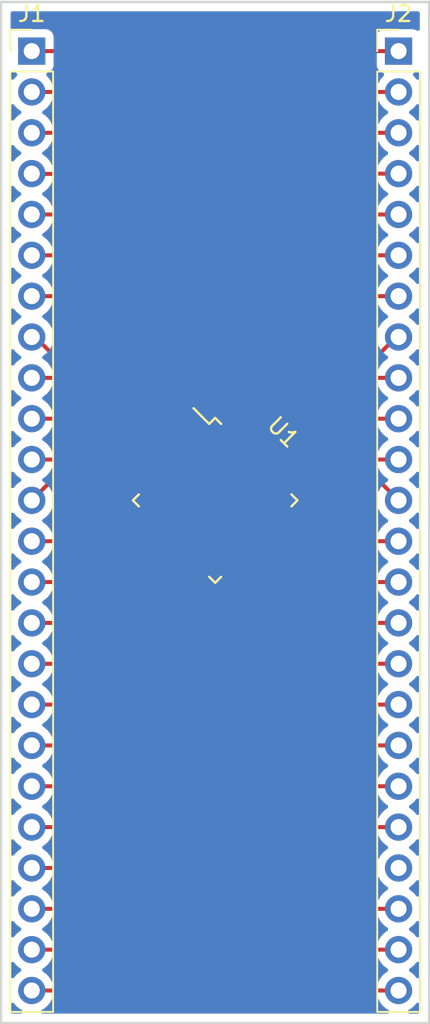
<source format=kicad_pcb>
(kicad_pcb (version 20171130) (host pcbnew "(5.1.0-0)")

  (general
    (thickness 1.6)
    (drawings 4)
    (tracks 201)
    (zones 0)
    (modules 3)
    (nets 50)
  )

  (page A4)
  (title_block
    (title ETE006-CM119B-Breakout)
    (date 2018-07-29)
    (rev 1)
  )

  (layers
    (0 F.Cu signal)
    (31 B.Cu signal)
    (32 B.Adhes user hide)
    (33 F.Adhes user hide)
    (34 B.Paste user hide)
    (35 F.Paste user hide)
    (36 B.SilkS user)
    (37 F.SilkS user)
    (38 B.Mask user)
    (39 F.Mask user)
    (40 Dwgs.User user hide)
    (41 Cmts.User user hide)
    (42 Eco1.User user hide)
    (43 Eco2.User user hide)
    (44 Edge.Cuts user)
    (45 Margin user hide)
    (46 B.CrtYd user hide)
    (47 F.CrtYd user hide)
    (48 B.Fab user hide)
    (49 F.Fab user hide)
  )

  (setup
    (last_trace_width 0.25)
    (trace_clearance 0.2)
    (zone_clearance 0.508)
    (zone_45_only no)
    (trace_min 0.2)
    (via_size 0.8)
    (via_drill 0.4)
    (via_min_size 0.4)
    (via_min_drill 0.3)
    (uvia_size 0.3)
    (uvia_drill 0.1)
    (uvias_allowed no)
    (uvia_min_size 0.2)
    (uvia_min_drill 0.1)
    (edge_width 0.15)
    (segment_width 0.2)
    (pcb_text_width 0.3)
    (pcb_text_size 1.5 1.5)
    (mod_edge_width 0.15)
    (mod_text_size 1 1)
    (mod_text_width 0.15)
    (pad_size 1.524 1.524)
    (pad_drill 0.762)
    (pad_to_mask_clearance 0.2)
    (aux_axis_origin 0 0)
    (grid_origin 116.03 79.52)
    (visible_elements FFFFFF7F)
    (pcbplotparams
      (layerselection 0x010f0_ffffffff)
      (usegerberextensions false)
      (usegerberattributes false)
      (usegerberadvancedattributes false)
      (creategerberjobfile false)
      (excludeedgelayer true)
      (linewidth 0.100000)
      (plotframeref false)
      (viasonmask false)
      (mode 1)
      (useauxorigin false)
      (hpglpennumber 1)
      (hpglpenspeed 20)
      (hpglpendiameter 15.000000)
      (psnegative false)
      (psa4output false)
      (plotreference true)
      (plotvalue true)
      (plotinvisibletext false)
      (padsonsilk false)
      (subtractmaskfromsilk false)
      (outputformat 1)
      (mirror false)
      (drillshape 0)
      (scaleselection 1)
      (outputdirectory "gerber/"))
  )

  (net 0 "")
  (net 1 SPDIFO)
  (net 2 D_IN)
  (net 3 D_OUT)
  (net 4 SK)
  (net 5 ~CS)
  (net 6 MUTE_REC)
  (net 7 PWRSEL)
  (net 8 DREG18)
  (net 9 DREG33)
  (net 10 MODE)
  (net 11 GPIO2)
  (net 12 LED_O)
  (net 13 GPIO3)
  (net 14 DVSS_1)
  (net 15 GPIO4)
  (net 16 GPIO5)
  (net 17 GPIO6)
  (net 18 MUTE_PLAY)
  (net 19 BUZZ)
  (net 20 GPIO7)
  (net 21 LED_R)
  (net 22 GPIO8)
  (net 23 TEST)
  (net 24 AVSS_1)
  (net 25 VBIAS)
  (net 26 VREF)
  (net 27 MIC_IN)
  (net 28 "Net-(J2-Pad21)")
  (net 29 AVDD_2)
  (net 30 LO_LEFT)
  (net 31 LO_BIAS)
  (net 32 LO_RIGHT)
  (net 33 AVSS_2)
  (net 34 AVDD_1)
  (net 35 DVDD)
  (net 36 DVSS_2)
  (net 37 AREG36)
  (net 38 MSEL)
  (net 39 VOL_UP)
  (net 40 PDSW)
  (net 41 USB_D+)
  (net 42 USB_D-)
  (net 43 GPIO1)
  (net 44 SCLK)
  (net 45 MINT)
  (net 46 SDAT)
  (net 47 MCLK)
  (net 48 VOL_DN)
  (net 49 "Net-(U1-Pad28)")

  (net_class Default "This is the default net class."
    (clearance 0.2)
    (trace_width 0.25)
    (via_dia 0.8)
    (via_drill 0.4)
    (uvia_dia 0.3)
    (uvia_drill 0.1)
    (add_net AREG36)
    (add_net AVDD_1)
    (add_net AVDD_2)
    (add_net AVSS_1)
    (add_net AVSS_2)
    (add_net BUZZ)
    (add_net DREG18)
    (add_net DREG33)
    (add_net DVDD)
    (add_net DVSS_1)
    (add_net DVSS_2)
    (add_net D_IN)
    (add_net D_OUT)
    (add_net GPIO1)
    (add_net GPIO2)
    (add_net GPIO3)
    (add_net GPIO4)
    (add_net GPIO5)
    (add_net GPIO6)
    (add_net GPIO7)
    (add_net GPIO8)
    (add_net LED_O)
    (add_net LED_R)
    (add_net LO_BIAS)
    (add_net LO_LEFT)
    (add_net LO_RIGHT)
    (add_net MCLK)
    (add_net MIC_IN)
    (add_net MINT)
    (add_net MODE)
    (add_net MSEL)
    (add_net MUTE_PLAY)
    (add_net MUTE_REC)
    (add_net "Net-(J2-Pad21)")
    (add_net "Net-(U1-Pad28)")
    (add_net PDSW)
    (add_net PWRSEL)
    (add_net SCLK)
    (add_net SDAT)
    (add_net SK)
    (add_net SPDIFO)
    (add_net TEST)
    (add_net USB_D+)
    (add_net USB_D-)
    (add_net VBIAS)
    (add_net VOL_DN)
    (add_net VOL_UP)
    (add_net VREF)
    (add_net ~CS)
  )

  (module Connector_PinHeader_2.54mm:PinHeader_1x24_P2.54mm_Vertical (layer F.Cu) (tedit 5B5D3F4E) (tstamp 5B6A5D63)
    (at 117.933224 82.578949)
    (descr "Through hole straight pin header, 1x24, 2.54mm pitch, single row")
    (tags "Through hole pin header THT 1x24 2.54mm single row")
    (path /5B5CF51F)
    (fp_text reference J1 (at 0 -2.33) (layer F.SilkS)
      (effects (font (size 1 1) (thickness 0.15)))
    )
    (fp_text value Conn_01x24_Male (at 0 60.75) (layer F.Fab) hide
      (effects (font (size 1 1) (thickness 0.15)))
    )
    (fp_line (start -0.635 -1.27) (end 1.27 -1.27) (layer F.Fab) (width 0.1))
    (fp_line (start 1.27 -1.27) (end 1.27 59.69) (layer F.Fab) (width 0.1))
    (fp_line (start 1.27 59.69) (end -1.27 59.69) (layer F.Fab) (width 0.1))
    (fp_line (start -1.27 59.69) (end -1.27 -0.635) (layer F.Fab) (width 0.1))
    (fp_line (start -1.27 -0.635) (end -0.635 -1.27) (layer F.Fab) (width 0.1))
    (fp_line (start -1.33 59.75) (end 1.33 59.75) (layer F.SilkS) (width 0.12))
    (fp_line (start -1.33 1.27) (end -1.33 59.75) (layer F.SilkS) (width 0.12))
    (fp_line (start 1.33 1.27) (end 1.33 59.75) (layer F.SilkS) (width 0.12))
    (fp_line (start -1.33 1.27) (end 1.33 1.27) (layer F.SilkS) (width 0.12))
    (fp_line (start -1.33 0) (end -1.33 -1.33) (layer F.SilkS) (width 0.12))
    (fp_line (start -1.33 -1.33) (end 0 -1.33) (layer F.SilkS) (width 0.12))
    (fp_line (start -1.8 -1.8) (end -1.8 60.2) (layer F.CrtYd) (width 0.05))
    (fp_line (start -1.8 60.2) (end 1.8 60.2) (layer F.CrtYd) (width 0.05))
    (fp_line (start 1.8 60.2) (end 1.8 -1.8) (layer F.CrtYd) (width 0.05))
    (fp_line (start 1.8 -1.8) (end -1.8 -1.8) (layer F.CrtYd) (width 0.05))
    (fp_text user %R (at 0 29.21 90) (layer F.Fab)
      (effects (font (size 1 1) (thickness 0.15)))
    )
    (pad 1 thru_hole rect (at 0 0) (size 1.7 1.7) (drill 1) (layers *.Cu *.Mask)
      (net 1 SPDIFO))
    (pad 2 thru_hole oval (at 0 2.54) (size 1.7 1.7) (drill 1) (layers *.Cu *.Mask)
      (net 2 D_IN))
    (pad 3 thru_hole oval (at 0 5.08) (size 1.7 1.7) (drill 1) (layers *.Cu *.Mask)
      (net 3 D_OUT))
    (pad 4 thru_hole oval (at 0 7.62) (size 1.7 1.7) (drill 1) (layers *.Cu *.Mask)
      (net 4 SK))
    (pad 5 thru_hole oval (at 0 10.16) (size 1.7 1.7) (drill 1) (layers *.Cu *.Mask)
      (net 5 ~CS))
    (pad 6 thru_hole oval (at 0 12.7) (size 1.7 1.7) (drill 1) (layers *.Cu *.Mask)
      (net 6 MUTE_REC))
    (pad 7 thru_hole oval (at 0 15.24) (size 1.7 1.7) (drill 1) (layers *.Cu *.Mask)
      (net 7 PWRSEL))
    (pad 8 thru_hole oval (at 0 17.78) (size 1.7 1.7) (drill 1) (layers *.Cu *.Mask)
      (net 8 DREG18))
    (pad 9 thru_hole oval (at 0 20.32) (size 1.7 1.7) (drill 1) (layers *.Cu *.Mask)
      (net 9 DREG33))
    (pad 10 thru_hole oval (at 0 22.86) (size 1.7 1.7) (drill 1) (layers *.Cu *.Mask)
      (net 10 MODE))
    (pad 11 thru_hole oval (at 0 25.4) (size 1.7 1.7) (drill 1) (layers *.Cu *.Mask)
      (net 11 GPIO2))
    (pad 12 thru_hole oval (at 0 27.94) (size 1.7 1.7) (drill 1) (layers *.Cu *.Mask)
      (net 12 LED_O))
    (pad 13 thru_hole oval (at 0 30.48) (size 1.7 1.7) (drill 1) (layers *.Cu *.Mask)
      (net 13 GPIO3))
    (pad 14 thru_hole oval (at 0 33.02) (size 1.7 1.7) (drill 1) (layers *.Cu *.Mask)
      (net 14 DVSS_1))
    (pad 15 thru_hole oval (at 0 35.56) (size 1.7 1.7) (drill 1) (layers *.Cu *.Mask)
      (net 15 GPIO4))
    (pad 16 thru_hole oval (at 0 38.1) (size 1.7 1.7) (drill 1) (layers *.Cu *.Mask)
      (net 16 GPIO5))
    (pad 17 thru_hole oval (at 0 40.64) (size 1.7 1.7) (drill 1) (layers *.Cu *.Mask)
      (net 17 GPIO6))
    (pad 18 thru_hole oval (at 0 43.18) (size 1.7 1.7) (drill 1) (layers *.Cu *.Mask)
      (net 18 MUTE_PLAY))
    (pad 19 thru_hole oval (at 0 45.72) (size 1.7 1.7) (drill 1) (layers *.Cu *.Mask)
      (net 19 BUZZ))
    (pad 20 thru_hole oval (at 0 48.26) (size 1.7 1.7) (drill 1) (layers *.Cu *.Mask)
      (net 20 GPIO7))
    (pad 21 thru_hole oval (at 0 50.8) (size 1.7 1.7) (drill 1) (layers *.Cu *.Mask)
      (net 21 LED_R))
    (pad 22 thru_hole oval (at 0 53.34) (size 1.7 1.7) (drill 1) (layers *.Cu *.Mask)
      (net 22 GPIO8))
    (pad 23 thru_hole oval (at 0 55.88) (size 1.7 1.7) (drill 1) (layers *.Cu *.Mask)
      (net 23 TEST))
    (pad 24 thru_hole oval (at 0 58.42) (size 1.7 1.7) (drill 1) (layers *.Cu *.Mask)
      (net 24 AVSS_1))
    (model ${KISYS3DMOD}/Connector_PinHeader_2.54mm.3dshapes/PinHeader_1x24_P2.54mm_Vertical.wrl
      (at (xyz 0 0 0))
      (scale (xyz 1 1 1))
      (rotate (xyz 0 0 0))
    )
  )

  (module Connector_PinHeader_2.54mm:PinHeader_1x24_P2.54mm_Vertical (layer F.Cu) (tedit 5B5D3F54) (tstamp 5B6A5D8F)
    (at 140.793224 82.578949)
    (descr "Through hole straight pin header, 1x24, 2.54mm pitch, single row")
    (tags "Through hole pin header THT 1x24 2.54mm single row")
    (path /5B5CF5B9)
    (fp_text reference J2 (at 0 -2.33) (layer F.SilkS)
      (effects (font (size 1 1) (thickness 0.15)))
    )
    (fp_text value Conn_01x24_Male (at 0 60.75) (layer F.Fab) hide
      (effects (font (size 1 1) (thickness 0.15)))
    )
    (fp_text user %R (at 0 29.21 90) (layer F.Fab)
      (effects (font (size 1 1) (thickness 0.15)))
    )
    (fp_line (start 1.8 -1.8) (end -1.8 -1.8) (layer F.CrtYd) (width 0.05))
    (fp_line (start 1.8 60.2) (end 1.8 -1.8) (layer F.CrtYd) (width 0.05))
    (fp_line (start -1.8 60.2) (end 1.8 60.2) (layer F.CrtYd) (width 0.05))
    (fp_line (start -1.8 -1.8) (end -1.8 60.2) (layer F.CrtYd) (width 0.05))
    (fp_line (start -1.33 -1.33) (end 0 -1.33) (layer F.SilkS) (width 0.12))
    (fp_line (start -1.33 0) (end -1.33 -1.33) (layer F.SilkS) (width 0.12))
    (fp_line (start -1.33 1.27) (end 1.33 1.27) (layer F.SilkS) (width 0.12))
    (fp_line (start 1.33 1.27) (end 1.33 59.75) (layer F.SilkS) (width 0.12))
    (fp_line (start -1.33 1.27) (end -1.33 59.75) (layer F.SilkS) (width 0.12))
    (fp_line (start -1.33 59.75) (end 1.33 59.75) (layer F.SilkS) (width 0.12))
    (fp_line (start -1.27 -0.635) (end -0.635 -1.27) (layer F.Fab) (width 0.1))
    (fp_line (start -1.27 59.69) (end -1.27 -0.635) (layer F.Fab) (width 0.1))
    (fp_line (start 1.27 59.69) (end -1.27 59.69) (layer F.Fab) (width 0.1))
    (fp_line (start 1.27 -1.27) (end 1.27 59.69) (layer F.Fab) (width 0.1))
    (fp_line (start -0.635 -1.27) (end 1.27 -1.27) (layer F.Fab) (width 0.1))
    (pad 24 thru_hole oval (at 0 58.42) (size 1.7 1.7) (drill 1) (layers *.Cu *.Mask)
      (net 25 VBIAS))
    (pad 23 thru_hole oval (at 0 55.88) (size 1.7 1.7) (drill 1) (layers *.Cu *.Mask)
      (net 26 VREF))
    (pad 22 thru_hole oval (at 0 53.34) (size 1.7 1.7) (drill 1) (layers *.Cu *.Mask)
      (net 27 MIC_IN))
    (pad 21 thru_hole oval (at 0 50.8) (size 1.7 1.7) (drill 1) (layers *.Cu *.Mask)
      (net 28 "Net-(J2-Pad21)"))
    (pad 20 thru_hole oval (at 0 48.26) (size 1.7 1.7) (drill 1) (layers *.Cu *.Mask)
      (net 29 AVDD_2))
    (pad 19 thru_hole oval (at 0 45.72) (size 1.7 1.7) (drill 1) (layers *.Cu *.Mask)
      (net 30 LO_LEFT))
    (pad 18 thru_hole oval (at 0 43.18) (size 1.7 1.7) (drill 1) (layers *.Cu *.Mask)
      (net 31 LO_BIAS))
    (pad 17 thru_hole oval (at 0 40.64) (size 1.7 1.7) (drill 1) (layers *.Cu *.Mask)
      (net 32 LO_RIGHT))
    (pad 16 thru_hole oval (at 0 38.1) (size 1.7 1.7) (drill 1) (layers *.Cu *.Mask)
      (net 33 AVSS_2))
    (pad 15 thru_hole oval (at 0 35.56) (size 1.7 1.7) (drill 1) (layers *.Cu *.Mask)
      (net 34 AVDD_1))
    (pad 14 thru_hole oval (at 0 33.02) (size 1.7 1.7) (drill 1) (layers *.Cu *.Mask)
      (net 35 DVDD))
    (pad 13 thru_hole oval (at 0 30.48) (size 1.7 1.7) (drill 1) (layers *.Cu *.Mask)
      (net 36 DVSS_2))
    (pad 12 thru_hole oval (at 0 27.94) (size 1.7 1.7) (drill 1) (layers *.Cu *.Mask)
      (net 37 AREG36))
    (pad 11 thru_hole oval (at 0 25.4) (size 1.7 1.7) (drill 1) (layers *.Cu *.Mask)
      (net 38 MSEL))
    (pad 10 thru_hole oval (at 0 22.86) (size 1.7 1.7) (drill 1) (layers *.Cu *.Mask)
      (net 39 VOL_UP))
    (pad 9 thru_hole oval (at 0 20.32) (size 1.7 1.7) (drill 1) (layers *.Cu *.Mask)
      (net 40 PDSW))
    (pad 8 thru_hole oval (at 0 17.78) (size 1.7 1.7) (drill 1) (layers *.Cu *.Mask)
      (net 41 USB_D+))
    (pad 7 thru_hole oval (at 0 15.24) (size 1.7 1.7) (drill 1) (layers *.Cu *.Mask)
      (net 42 USB_D-))
    (pad 6 thru_hole oval (at 0 12.7) (size 1.7 1.7) (drill 1) (layers *.Cu *.Mask)
      (net 43 GPIO1))
    (pad 5 thru_hole oval (at 0 10.16) (size 1.7 1.7) (drill 1) (layers *.Cu *.Mask)
      (net 44 SCLK))
    (pad 4 thru_hole oval (at 0 7.62) (size 1.7 1.7) (drill 1) (layers *.Cu *.Mask)
      (net 45 MINT))
    (pad 3 thru_hole oval (at 0 5.08) (size 1.7 1.7) (drill 1) (layers *.Cu *.Mask)
      (net 46 SDAT))
    (pad 2 thru_hole oval (at 0 2.54) (size 1.7 1.7) (drill 1) (layers *.Cu *.Mask)
      (net 47 MCLK))
    (pad 1 thru_hole rect (at 0 0) (size 1.7 1.7) (drill 1) (layers *.Cu *.Mask)
      (net 48 VOL_DN))
    (model ${KISYS3DMOD}/Connector_PinHeader_2.54mm.3dshapes/PinHeader_1x24_P2.54mm_Vertical.wrl
      (at (xyz 0 0 0))
      (scale (xyz 1 1 1))
      (rotate (xyz 0 0 0))
    )
  )

  (module 01home:LQFP-48_7x7mm_Pitch0.5mm (layer F.Cu) (tedit 54130A77) (tstamp 5B6A5DD0)
    (at 129.363224 110.518949 315)
    (descr "48 LEAD LQFP 7x7mm (see MICREL LQFP7x7-48LD-PL-1.pdf)")
    (tags "QFP 0.5")
    (path /5B5CF497)
    (attr smd)
    (fp_text reference U1 (at 0 -6 315) (layer F.SilkS)
      (effects (font (size 1 1) (thickness 0.15)))
    )
    (fp_text value CM119B (at 0 6 315) (layer F.Fab)
      (effects (font (size 1 1) (thickness 0.15)))
    )
    (fp_line (start -5.25 -5.25) (end -5.25 5.25) (layer F.CrtYd) (width 0.05))
    (fp_line (start 5.25 -5.25) (end 5.25 5.25) (layer F.CrtYd) (width 0.05))
    (fp_line (start -5.25 -5.25) (end 5.25 -5.25) (layer F.CrtYd) (width 0.05))
    (fp_line (start -5.25 5.25) (end 5.25 5.25) (layer F.CrtYd) (width 0.05))
    (fp_line (start -3.625 -3.625) (end -3.625 -3.1) (layer F.SilkS) (width 0.15))
    (fp_line (start 3.625 -3.625) (end 3.625 -3.1) (layer F.SilkS) (width 0.15))
    (fp_line (start 3.625 3.625) (end 3.625 3.1) (layer F.SilkS) (width 0.15))
    (fp_line (start -3.625 3.625) (end -3.625 3.1) (layer F.SilkS) (width 0.15))
    (fp_line (start -3.625 -3.625) (end -3.1 -3.625) (layer F.SilkS) (width 0.15))
    (fp_line (start -3.625 3.625) (end -3.1 3.625) (layer F.SilkS) (width 0.15))
    (fp_line (start 3.625 3.625) (end 3.1 3.625) (layer F.SilkS) (width 0.15))
    (fp_line (start 3.625 -3.625) (end 3.1 -3.625) (layer F.SilkS) (width 0.15))
    (fp_line (start -3.625 -3.1) (end -5 -3.1) (layer F.SilkS) (width 0.15))
    (pad 1 smd rect (at -4.35 -2.75 315) (size 1.3 0.25) (layers F.Cu F.Paste F.Mask)
      (net 1 SPDIFO))
    (pad 2 smd rect (at -4.35 -2.25 315) (size 1.3 0.25) (layers F.Cu F.Paste F.Mask)
      (net 2 D_IN))
    (pad 3 smd rect (at -4.35 -1.75 315) (size 1.3 0.25) (layers F.Cu F.Paste F.Mask)
      (net 3 D_OUT))
    (pad 4 smd rect (at -4.35 -1.25 315) (size 1.3 0.25) (layers F.Cu F.Paste F.Mask)
      (net 4 SK))
    (pad 5 smd rect (at -4.35 -0.75 315) (size 1.3 0.25) (layers F.Cu F.Paste F.Mask)
      (net 5 ~CS))
    (pad 6 smd rect (at -4.35 -0.25 315) (size 1.3 0.25) (layers F.Cu F.Paste F.Mask)
      (net 6 MUTE_REC))
    (pad 7 smd rect (at -4.35 0.25 315) (size 1.3 0.25) (layers F.Cu F.Paste F.Mask)
      (net 7 PWRSEL))
    (pad 8 smd rect (at -4.35 0.75 315) (size 1.3 0.25) (layers F.Cu F.Paste F.Mask)
      (net 8 DREG18))
    (pad 9 smd rect (at -4.35 1.25 315) (size 1.3 0.25) (layers F.Cu F.Paste F.Mask)
      (net 9 DREG33))
    (pad 10 smd rect (at -4.35 1.75 315) (size 1.3 0.25) (layers F.Cu F.Paste F.Mask)
      (net 10 MODE))
    (pad 11 smd rect (at -4.35 2.25 315) (size 1.3 0.25) (layers F.Cu F.Paste F.Mask)
      (net 11 GPIO2))
    (pad 12 smd rect (at -4.35 2.75 315) (size 1.3 0.25) (layers F.Cu F.Paste F.Mask)
      (net 12 LED_O))
    (pad 13 smd rect (at -2.75 4.35 45) (size 1.3 0.25) (layers F.Cu F.Paste F.Mask)
      (net 13 GPIO3))
    (pad 14 smd rect (at -2.25 4.35 45) (size 1.3 0.25) (layers F.Cu F.Paste F.Mask)
      (net 14 DVSS_1))
    (pad 15 smd rect (at -1.75 4.35 45) (size 1.3 0.25) (layers F.Cu F.Paste F.Mask)
      (net 15 GPIO4))
    (pad 16 smd rect (at -1.25 4.35 45) (size 1.3 0.25) (layers F.Cu F.Paste F.Mask)
      (net 16 GPIO5))
    (pad 17 smd rect (at -0.75 4.35 45) (size 1.3 0.25) (layers F.Cu F.Paste F.Mask)
      (net 17 GPIO6))
    (pad 18 smd rect (at -0.25 4.35 45) (size 1.3 0.25) (layers F.Cu F.Paste F.Mask)
      (net 18 MUTE_PLAY))
    (pad 19 smd rect (at 0.25 4.35 45) (size 1.3 0.25) (layers F.Cu F.Paste F.Mask)
      (net 19 BUZZ))
    (pad 20 smd rect (at 0.75 4.35 45) (size 1.3 0.25) (layers F.Cu F.Paste F.Mask)
      (net 20 GPIO7))
    (pad 21 smd rect (at 1.25 4.35 45) (size 1.3 0.25) (layers F.Cu F.Paste F.Mask)
      (net 21 LED_R))
    (pad 22 smd rect (at 1.75 4.35 45) (size 1.3 0.25) (layers F.Cu F.Paste F.Mask)
      (net 22 GPIO8))
    (pad 23 smd rect (at 2.25 4.35 45) (size 1.3 0.25) (layers F.Cu F.Paste F.Mask)
      (net 23 TEST))
    (pad 24 smd rect (at 2.75 4.35 45) (size 1.3 0.25) (layers F.Cu F.Paste F.Mask)
      (net 24 AVSS_1))
    (pad 25 smd rect (at 4.35 2.75 315) (size 1.3 0.25) (layers F.Cu F.Paste F.Mask)
      (net 25 VBIAS))
    (pad 26 smd rect (at 4.35 2.25 315) (size 1.3 0.25) (layers F.Cu F.Paste F.Mask)
      (net 26 VREF))
    (pad 27 smd rect (at 4.35 1.75 315) (size 1.3 0.25) (layers F.Cu F.Paste F.Mask)
      (net 27 MIC_IN))
    (pad 28 smd rect (at 4.35 1.25 315) (size 1.3 0.25) (layers F.Cu F.Paste F.Mask)
      (net 49 "Net-(U1-Pad28)"))
    (pad 29 smd rect (at 4.35 0.75 315) (size 1.3 0.25) (layers F.Cu F.Paste F.Mask)
      (net 29 AVDD_2))
    (pad 30 smd rect (at 4.35 0.25 315) (size 1.3 0.25) (layers F.Cu F.Paste F.Mask)
      (net 30 LO_LEFT))
    (pad 31 smd rect (at 4.35 -0.25 315) (size 1.3 0.25) (layers F.Cu F.Paste F.Mask)
      (net 31 LO_BIAS))
    (pad 32 smd rect (at 4.35 -0.75 315) (size 1.3 0.25) (layers F.Cu F.Paste F.Mask)
      (net 32 LO_RIGHT))
    (pad 33 smd rect (at 4.35 -1.25 315) (size 1.3 0.25) (layers F.Cu F.Paste F.Mask)
      (net 33 AVSS_2))
    (pad 34 smd rect (at 4.35 -1.75 315) (size 1.3 0.25) (layers F.Cu F.Paste F.Mask)
      (net 34 AVDD_1))
    (pad 35 smd rect (at 4.35 -2.25 315) (size 1.3 0.25) (layers F.Cu F.Paste F.Mask)
      (net 35 DVDD))
    (pad 36 smd rect (at 4.35 -2.75 315) (size 1.3 0.25) (layers F.Cu F.Paste F.Mask)
      (net 36 DVSS_2))
    (pad 37 smd rect (at 2.75 -4.35 45) (size 1.3 0.25) (layers F.Cu F.Paste F.Mask)
      (net 37 AREG36))
    (pad 38 smd rect (at 2.25 -4.35 45) (size 1.3 0.25) (layers F.Cu F.Paste F.Mask)
      (net 38 MSEL))
    (pad 39 smd rect (at 1.75 -4.35 45) (size 1.3 0.25) (layers F.Cu F.Paste F.Mask)
      (net 39 VOL_UP))
    (pad 40 smd rect (at 1.25 -4.35 45) (size 1.3 0.25) (layers F.Cu F.Paste F.Mask)
      (net 40 PDSW))
    (pad 41 smd rect (at 0.75 -4.35 45) (size 1.3 0.25) (layers F.Cu F.Paste F.Mask)
      (net 41 USB_D+))
    (pad 42 smd rect (at 0.25 -4.35 45) (size 1.3 0.25) (layers F.Cu F.Paste F.Mask)
      (net 42 USB_D-))
    (pad 43 smd rect (at -0.25 -4.35 45) (size 1.3 0.25) (layers F.Cu F.Paste F.Mask)
      (net 43 GPIO1))
    (pad 44 smd rect (at -0.75 -4.35 45) (size 1.3 0.25) (layers F.Cu F.Paste F.Mask)
      (net 44 SCLK))
    (pad 45 smd rect (at -1.25 -4.35 45) (size 1.3 0.25) (layers F.Cu F.Paste F.Mask)
      (net 45 MINT))
    (pad 46 smd rect (at -1.75 -4.35 45) (size 1.3 0.25) (layers F.Cu F.Paste F.Mask)
      (net 46 SDAT))
    (pad 47 smd rect (at -2.25 -4.35 45) (size 1.3 0.25) (layers F.Cu F.Paste F.Mask)
      (net 47 MCLK))
    (pad 48 smd rect (at -2.75 -4.35 45) (size 1.3 0.25) (layers F.Cu F.Paste F.Mask)
      (net 48 VOL_DN))
    (model Housings_QFP.3dshapes/LQFP-48_7x7mm_Pitch0.5mm.wrl
      (at (xyz 0 0 0))
      (scale (xyz 1 1 1))
      (rotate (xyz 0 0 0))
    )
  )

  (gr_line (start 116.03 143.02) (end 116.03 79.52) (layer Edge.Cuts) (width 0.15))
  (gr_line (start 142.7 143.02) (end 116.03 143.02) (layer Edge.Cuts) (width 0.15))
  (gr_line (start 142.7 79.52) (end 142.7 143.02) (layer Edge.Cuts) (width 0.15))
  (gr_line (start 116.03 79.52) (end 142.7 79.52) (layer Edge.Cuts) (width 0.15))

  (segment (start 119.431849 82.578949) (end 117.933224 82.578949) (width 0.25) (layer F.Cu) (net 1))
  (segment (start 128.231853 91.378953) (end 119.431849 82.578949) (width 0.25) (layer F.Cu) (net 1))
  (segment (start 128.231853 105.498491) (end 128.231853 91.378953) (width 0.25) (layer F.Cu) (net 1))
  (segment (start 119.480109 85.118949) (end 117.933224 85.118949) (width 0.25) (layer F.Cu) (net 2))
  (segment (start 127.11202 92.75086) (end 119.480109 85.118949) (width 0.25) (layer F.Cu) (net 2))
  (segment (start 127.11202 105.02922) (end 127.11202 92.75086) (width 0.25) (layer F.Cu) (net 2))
  (segment (start 127.8783 105.7955) (end 127.11202 105.02922) (width 0.25) (layer F.Cu) (net 2))
  (segment (start 127.8783 105.852044) (end 127.8783 105.7955) (width 0.25) (layer F.Cu) (net 2))
  (segment (start 119.449629 87.658949) (end 117.933224 87.658949) (width 0.25) (layer F.Cu) (net 3))
  (segment (start 126.49988 94.7092) (end 119.449629 87.658949) (width 0.25) (layer F.Cu) (net 3))
  (segment (start 127.524746 106.196326) (end 126.49988 105.17146) (width 0.25) (layer F.Cu) (net 3))
  (segment (start 126.49988 105.17146) (end 126.49988 94.7092) (width 0.25) (layer F.Cu) (net 3))
  (segment (start 127.524746 106.205598) (end 127.524746 106.196326) (width 0.25) (layer F.Cu) (net 3))
  (segment (start 117.950215 90.21594) (end 117.933224 90.198949) (width 0.25) (layer F.Cu) (net 4))
  (segment (start 119.48186 90.21594) (end 117.950215 90.21594) (width 0.25) (layer F.Cu) (net 4))
  (segment (start 125.98172 96.7158) (end 119.48186 90.21594) (width 0.25) (layer F.Cu) (net 4))
  (segment (start 125.98172 105.40514) (end 125.98172 96.7158) (width 0.25) (layer F.Cu) (net 4))
  (segment (start 127.135731 106.559151) (end 125.98172 105.40514) (width 0.25) (layer F.Cu) (net 4))
  (segment (start 127.171193 106.559151) (end 127.135731 106.559151) (width 0.25) (layer F.Cu) (net 4))
  (segment (start 119.439469 92.738949) (end 117.933224 92.738949) (width 0.25) (layer F.Cu) (net 5))
  (segment (start 125.36958 98.66906) (end 119.439469 92.738949) (width 0.25) (layer F.Cu) (net 5))
  (segment (start 126.81764 106.904) (end 125.36958 105.45594) (width 0.25) (layer F.Cu) (net 5))
  (segment (start 125.36958 105.45594) (end 125.36958 98.66906) (width 0.25) (layer F.Cu) (net 5))
  (segment (start 126.81764 106.912704) (end 126.81764 106.904) (width 0.25) (layer F.Cu) (net 5))
  (segment (start 119.530909 95.278949) (end 117.933224 95.278949) (width 0.25) (layer F.Cu) (net 6))
  (segment (start 124.85142 100.59946) (end 119.530909 95.278949) (width 0.25) (layer F.Cu) (net 6))
  (segment (start 124.85142 105.64136) (end 124.85142 100.59946) (width 0.25) (layer F.Cu) (net 6))
  (segment (start 126.464086 107.254026) (end 124.85142 105.64136) (width 0.25) (layer F.Cu) (net 6))
  (segment (start 126.464086 107.266258) (end 126.464086 107.254026) (width 0.25) (layer F.Cu) (net 6))
  (segment (start 119.523289 97.818949) (end 117.933224 97.818949) (width 0.25) (layer F.Cu) (net 7))
  (segment (start 124.33326 102.62892) (end 119.523289 97.818949) (width 0.25) (layer F.Cu) (net 7))
  (segment (start 124.33326 105.78614) (end 124.33326 102.62892) (width 0.25) (layer F.Cu) (net 7))
  (segment (start 126.110533 107.563413) (end 124.33326 105.78614) (width 0.25) (layer F.Cu) (net 7))
  (segment (start 126.110533 107.619811) (end 126.110533 107.563413) (width 0.25) (layer F.Cu) (net 7))
  (segment (start 118.154229 100.358949) (end 117.933224 100.358949) (width 0.25) (layer F.Cu) (net 8))
  (segment (start 125.756979 107.961699) (end 118.154229 100.358949) (width 0.25) (layer F.Cu) (net 8))
  (segment (start 125.756979 107.973365) (end 125.756979 107.961699) (width 0.25) (layer F.Cu) (net 8))
  (segment (start 119.990649 102.898949) (end 117.933224 102.898949) (width 0.25) (layer F.Cu) (net 9))
  (segment (start 125.403426 108.311726) (end 119.990649 102.898949) (width 0.25) (layer F.Cu) (net 9))
  (segment (start 125.403426 108.326918) (end 125.403426 108.311726) (width 0.25) (layer F.Cu) (net 9))
  (segment (start 121.829609 105.438949) (end 117.933224 105.438949) (width 0.25) (layer F.Cu) (net 10))
  (segment (start 122.77878 106.38812) (end 121.829609 105.438949) (width 0.25) (layer F.Cu) (net 10))
  (segment (start 125.049873 108.661753) (end 122.77878 106.39066) (width 0.25) (layer F.Cu) (net 10))
  (segment (start 122.77878 106.39066) (end 122.77878 106.38812) (width 0.25) (layer F.Cu) (net 10))
  (segment (start 125.049873 108.680471) (end 125.049873 108.661753) (width 0.25) (layer F.Cu) (net 10))
  (segment (start 124.696319 109.034025) (end 124.683005 109.034025) (width 0.25) (layer F.Cu) (net 11))
  (segment (start 123.627929 107.978949) (end 117.933224 107.978949) (width 0.25) (layer F.Cu) (net 11))
  (segment (start 124.683005 109.034025) (end 123.627929 107.978949) (width 0.25) (layer F.Cu) (net 11))
  (segment (start 119.803453 108.64872) (end 117.933224 110.518949) (width 0.25) (layer F.Cu) (net 12))
  (segment (start 123.603908 108.64872) (end 119.803453 108.64872) (width 0.25) (layer F.Cu) (net 12))
  (segment (start 124.342766 109.387578) (end 123.603908 108.64872) (width 0.25) (layer F.Cu) (net 12))
  (segment (start 117.934013 113.05816) (end 117.933224 113.058949) (width 0.25) (layer F.Cu) (net 13))
  (segment (start 122.99468 113.05816) (end 117.934013 113.05816) (width 0.25) (layer F.Cu) (net 13))
  (segment (start 124.342766 111.710074) (end 122.99468 113.05816) (width 0.25) (layer F.Cu) (net 13))
  (segment (start 124.342766 111.65032) (end 124.342766 111.710074) (width 0.25) (layer F.Cu) (net 13))
  (segment (start 121.126991 115.598949) (end 117.933224 115.598949) (width 0.25) (layer F.Cu) (net 14))
  (segment (start 123.16486 113.56108) (end 121.126991 115.598949) (width 0.25) (layer F.Cu) (net 14))
  (segment (start 123.16486 113.5306) (end 123.16486 113.56108) (width 0.25) (layer F.Cu) (net 14))
  (segment (start 124.691587 112.003873) (end 123.16486 113.5306) (width 0.25) (layer F.Cu) (net 14))
  (segment (start 124.696319 112.003873) (end 124.691587 112.003873) (width 0.25) (layer F.Cu) (net 14))
  (segment (start 125.049873 112.357427) (end 125.049873 112.361867) (width 0.25) (layer F.Cu) (net 15))
  (segment (start 119.272791 118.138949) (end 117.933224 118.138949) (width 0.25) (layer F.Cu) (net 15))
  (segment (start 125.049873 112.361867) (end 119.272791 118.138949) (width 0.25) (layer F.Cu) (net 15))
  (segment (start 119.371851 120.678949) (end 117.933224 120.678949) (width 0.25) (layer F.Cu) (net 16))
  (segment (start 123.09882 116.95198) (end 119.371851 120.678949) (width 0.25) (layer F.Cu) (net 16))
  (segment (start 123.09882 114.9784) (end 123.09882 116.95198) (width 0.25) (layer F.Cu) (net 16))
  (segment (start 125.36624 112.71098) (end 123.09882 114.9784) (width 0.25) (layer F.Cu) (net 16))
  (segment (start 125.403426 112.71098) (end 125.36624 112.71098) (width 0.25) (layer F.Cu) (net 16))
  (segment (start 119.536951 123.218949) (end 117.933224 123.218949) (width 0.25) (layer F.Cu) (net 17))
  (segment (start 123.59158 119.16432) (end 119.536951 123.218949) (width 0.25) (layer F.Cu) (net 17))
  (segment (start 123.59158 115.22986) (end 123.59158 119.16432) (width 0.25) (layer F.Cu) (net 17))
  (segment (start 125.756907 113.064533) (end 123.59158 115.22986) (width 0.25) (layer F.Cu) (net 17))
  (segment (start 125.756979 113.064533) (end 125.756907 113.064533) (width 0.25) (layer F.Cu) (net 17))
  (segment (start 119.491231 125.758949) (end 117.933224 125.758949) (width 0.25) (layer F.Cu) (net 18))
  (segment (start 124.1326 121.11758) (end 119.491231 125.758949) (width 0.25) (layer F.Cu) (net 18))
  (segment (start 124.1326 115.37972) (end 124.1326 121.11758) (width 0.25) (layer F.Cu) (net 18))
  (segment (start 126.094233 113.418087) (end 124.1326 115.37972) (width 0.25) (layer F.Cu) (net 18))
  (segment (start 126.110533 113.418087) (end 126.094233 113.418087) (width 0.25) (layer F.Cu) (net 18))
  (segment (start 124.79554 122.954) (end 119.450591 128.298949) (width 0.25) (layer F.Cu) (net 19))
  (segment (start 124.79554 115.38734) (end 124.79554 122.954) (width 0.25) (layer F.Cu) (net 19))
  (segment (start 126.41124 113.77164) (end 124.79554 115.38734) (width 0.25) (layer F.Cu) (net 19))
  (segment (start 119.450591 128.298949) (end 117.933224 128.298949) (width 0.25) (layer F.Cu) (net 19))
  (segment (start 126.464086 113.77164) (end 126.41124 113.77164) (width 0.25) (layer F.Cu) (net 19))
  (segment (start 119.448051 130.838949) (end 117.933224 130.838949) (width 0.25) (layer F.Cu) (net 20))
  (segment (start 125.29592 115.59562) (end 125.29592 124.99108) (width 0.25) (layer F.Cu) (net 20))
  (segment (start 125.29592 124.99108) (end 119.448051 130.838949) (width 0.25) (layer F.Cu) (net 20))
  (segment (start 126.766346 114.125194) (end 125.29592 115.59562) (width 0.25) (layer F.Cu) (net 20))
  (segment (start 126.81764 114.125194) (end 126.766346 114.125194) (width 0.25) (layer F.Cu) (net 20))
  (segment (start 125.83694 115.79882) (end 125.83694 127.02816) (width 0.25) (layer F.Cu) (net 21))
  (segment (start 127.157013 114.478747) (end 125.83694 115.79882) (width 0.25) (layer F.Cu) (net 21))
  (segment (start 119.486151 133.378949) (end 117.933224 133.378949) (width 0.25) (layer F.Cu) (net 21))
  (segment (start 125.83694 127.02816) (end 119.486151 133.378949) (width 0.25) (layer F.Cu) (net 21))
  (segment (start 127.171193 114.478747) (end 127.157013 114.478747) (width 0.25) (layer F.Cu) (net 21))
  (segment (start 119.445511 135.918949) (end 117.933224 135.918949) (width 0.25) (layer F.Cu) (net 22))
  (segment (start 126.446611 128.917849) (end 119.445511 135.918949) (width 0.25) (layer F.Cu) (net 22))
  (segment (start 126.446611 115.862249) (end 126.446611 128.917849) (width 0.25) (layer F.Cu) (net 22))
  (segment (start 127.47656 114.8323) (end 126.446611 115.862249) (width 0.25) (layer F.Cu) (net 22))
  (segment (start 127.524746 114.8323) (end 127.47656 114.8323) (width 0.25) (layer F.Cu) (net 22))
  (segment (start 119.442971 138.458949) (end 117.933224 138.458949) (width 0.25) (layer F.Cu) (net 23))
  (segment (start 127.0409 130.86102) (end 119.442971 138.458949) (width 0.25) (layer F.Cu) (net 23))
  (segment (start 127.0409 115.97662) (end 127.0409 130.86102) (width 0.25) (layer F.Cu) (net 23))
  (segment (start 127.831666 115.185854) (end 127.0409 115.97662) (width 0.25) (layer F.Cu) (net 23))
  (segment (start 127.8783 115.185854) (end 127.831666 115.185854) (width 0.25) (layer F.Cu) (net 23))
  (segment (start 119.440431 140.998949) (end 117.933224 140.998949) (width 0.25) (layer F.Cu) (net 24))
  (segment (start 128.231853 132.207527) (end 119.440431 140.998949) (width 0.25) (layer F.Cu) (net 24))
  (segment (start 128.231853 115.539407) (end 128.231853 132.207527) (width 0.25) (layer F.Cu) (net 24))
  (segment (start 139.236229 140.998949) (end 140.793224 140.998949) (width 0.25) (layer F.Cu) (net 25))
  (segment (start 130.494595 132.257315) (end 139.236229 140.998949) (width 0.25) (layer F.Cu) (net 25))
  (segment (start 130.494595 115.539407) (end 130.494595 132.257315) (width 0.25) (layer F.Cu) (net 25))
  (segment (start 139.187969 138.458949) (end 140.793224 138.458949) (width 0.25) (layer F.Cu) (net 26))
  (segment (start 131.63322 130.9042) (end 139.187969 138.458949) (width 0.25) (layer F.Cu) (net 26))
  (segment (start 131.63322 115.9817) (end 131.63322 130.9042) (width 0.25) (layer F.Cu) (net 26))
  (segment (start 130.848148 115.196628) (end 131.63322 115.9817) (width 0.25) (layer F.Cu) (net 26))
  (segment (start 130.848148 115.185854) (end 130.848148 115.196628) (width 0.25) (layer F.Cu) (net 26))
  (segment (start 132.25044 128.99158) (end 139.177809 135.918949) (width 0.25) (layer F.Cu) (net 27))
  (segment (start 132.25044 115.84708) (end 132.25044 128.99158) (width 0.25) (layer F.Cu) (net 27))
  (segment (start 139.177809 135.918949) (end 140.793224 135.918949) (width 0.25) (layer F.Cu) (net 27))
  (segment (start 131.23566 114.8323) (end 132.25044 115.84708) (width 0.25) (layer F.Cu) (net 27))
  (segment (start 131.201702 114.8323) (end 131.23566 114.8323) (width 0.25) (layer F.Cu) (net 27))
  (segment (start 139.320049 130.838949) (end 140.793224 130.838949) (width 0.25) (layer F.Cu) (net 29))
  (segment (start 133.06578 124.58468) (end 139.320049 130.838949) (width 0.25) (layer F.Cu) (net 29))
  (segment (start 133.06578 115.2832) (end 133.06578 124.58468) (width 0.25) (layer F.Cu) (net 29))
  (segment (start 131.908808 114.126228) (end 133.06578 115.2832) (width 0.25) (layer F.Cu) (net 29))
  (segment (start 131.908808 114.125194) (end 131.908808 114.126228) (width 0.25) (layer F.Cu) (net 29))
  (segment (start 139.261629 128.298949) (end 140.793224 128.298949) (width 0.25) (layer F.Cu) (net 30))
  (segment (start 133.596062 122.633382) (end 139.261629 128.298949) (width 0.25) (layer F.Cu) (net 30))
  (segment (start 133.596062 115.081962) (end 133.596062 122.633382) (width 0.25) (layer F.Cu) (net 30))
  (segment (start 132.28574 113.77164) (end 133.596062 115.081962) (width 0.25) (layer F.Cu) (net 30))
  (segment (start 132.262362 113.77164) (end 132.28574 113.77164) (width 0.25) (layer F.Cu) (net 30))
  (segment (start 134.19862 115.01142) (end 134.19862 120.75182) (width 0.25) (layer F.Cu) (net 31))
  (segment (start 139.205749 125.758949) (end 140.793224 125.758949) (width 0.25) (layer F.Cu) (net 31))
  (segment (start 134.19862 120.75182) (end 139.205749 125.758949) (width 0.25) (layer F.Cu) (net 31))
  (segment (start 132.615915 113.428715) (end 134.19862 115.01142) (width 0.25) (layer F.Cu) (net 31))
  (segment (start 132.615915 113.418087) (end 132.615915 113.428715) (width 0.25) (layer F.Cu) (net 31))
  (segment (start 139.274329 123.218949) (end 140.793224 123.218949) (width 0.25) (layer F.Cu) (net 32))
  (segment (start 132.969469 113.099009) (end 134.7498 114.87934) (width 0.25) (layer F.Cu) (net 32))
  (segment (start 134.7498 118.69442) (end 139.274329 123.218949) (width 0.25) (layer F.Cu) (net 32))
  (segment (start 134.7498 114.87934) (end 134.7498 118.69442) (width 0.25) (layer F.Cu) (net 32))
  (segment (start 132.969469 113.064533) (end 132.969469 113.099009) (width 0.25) (layer F.Cu) (net 32))
  (segment (start 139.152409 120.678949) (end 140.793224 120.678949) (width 0.25) (layer F.Cu) (net 33))
  (segment (start 135.30352 116.83006) (end 139.152409 120.678949) (width 0.25) (layer F.Cu) (net 33))
  (segment (start 135.30352 114.68884) (end 135.30352 116.83006) (width 0.25) (layer F.Cu) (net 33))
  (segment (start 133.32566 112.71098) (end 135.30352 114.68884) (width 0.25) (layer F.Cu) (net 33))
  (segment (start 133.323022 112.71098) (end 133.32566 112.71098) (width 0.25) (layer F.Cu) (net 33))
  (segment (start 133.676575 112.357427) (end 133.676575 112.378635) (width 0.25) (layer F.Cu) (net 34))
  (segment (start 139.436889 118.138949) (end 140.793224 118.138949) (width 0.25) (layer F.Cu) (net 34))
  (segment (start 133.676575 112.378635) (end 139.436889 118.138949) (width 0.25) (layer F.Cu) (net 34))
  (segment (start 134.030129 112.003873) (end 134.048573 112.003873) (width 0.25) (layer F.Cu) (net 35))
  (segment (start 137.643649 115.598949) (end 140.793224 115.598949) (width 0.25) (layer F.Cu) (net 35))
  (segment (start 134.048573 112.003873) (end 137.643649 115.598949) (width 0.25) (layer F.Cu) (net 35))
  (segment (start 134.383682 111.65032) (end 134.44178 111.65032) (width 0.25) (layer F.Cu) (net 36))
  (segment (start 135.850409 113.058949) (end 140.793224 113.058949) (width 0.25) (layer F.Cu) (net 36))
  (segment (start 134.44178 111.65032) (end 135.850409 113.058949) (width 0.25) (layer F.Cu) (net 36))
  (segment (start 138.922995 108.64872) (end 140.793224 110.518949) (width 0.25) (layer F.Cu) (net 37))
  (segment (start 135.12254 108.64872) (end 138.922995 108.64872) (width 0.25) (layer F.Cu) (net 37))
  (segment (start 134.383682 109.387578) (end 135.12254 108.64872) (width 0.25) (layer F.Cu) (net 37))
  (segment (start 134.030129 109.034025) (end 134.041915 109.034025) (width 0.25) (layer F.Cu) (net 38))
  (segment (start 135.096991 107.978949) (end 140.793224 107.978949) (width 0.25) (layer F.Cu) (net 38))
  (segment (start 134.041915 109.034025) (end 135.096991 107.978949) (width 0.25) (layer F.Cu) (net 38))
  (segment (start 136.910551 105.438949) (end 140.793224 105.438949) (width 0.25) (layer F.Cu) (net 39))
  (segment (start 133.676575 108.672925) (end 136.910551 105.438949) (width 0.25) (layer F.Cu) (net 39))
  (segment (start 133.676575 108.680471) (end 133.676575 108.672925) (width 0.25) (layer F.Cu) (net 39))
  (segment (start 138.800311 102.898949) (end 140.793224 102.898949) (width 0.25) (layer F.Cu) (net 40))
  (segment (start 133.372342 108.326918) (end 138.800311 102.898949) (width 0.25) (layer F.Cu) (net 40))
  (segment (start 133.323022 108.326918) (end 133.372342 108.326918) (width 0.25) (layer F.Cu) (net 40))
  (segment (start 140.649431 100.358949) (end 140.793224 100.358949) (width 0.25) (layer F.Cu) (net 41))
  (segment (start 133.035015 107.973365) (end 140.649431 100.358949) (width 0.25) (layer F.Cu) (net 41))
  (segment (start 132.969469 107.973365) (end 133.035015 107.973365) (width 0.25) (layer F.Cu) (net 41))
  (segment (start 139.209251 97.818949) (end 140.793224 97.818949) (width 0.25) (layer F.Cu) (net 42))
  (segment (start 134.57454 102.45366) (end 139.209251 97.818949) (width 0.25) (layer F.Cu) (net 42))
  (segment (start 134.57454 105.6312) (end 134.57454 102.45366) (width 0.25) (layer F.Cu) (net 42))
  (segment (start 132.615915 107.589825) (end 134.57454 105.6312) (width 0.25) (layer F.Cu) (net 42))
  (segment (start 132.615915 107.619811) (end 132.615915 107.589825) (width 0.25) (layer F.Cu) (net 42))
  (segment (start 139.224491 95.278949) (end 140.793224 95.278949) (width 0.25) (layer F.Cu) (net 43))
  (segment (start 134.0386 100.46484) (end 139.224491 95.278949) (width 0.25) (layer F.Cu) (net 43))
  (segment (start 134.0386 105.47626) (end 134.0386 100.46484) (width 0.25) (layer F.Cu) (net 43))
  (segment (start 132.262362 107.252498) (end 134.0386 105.47626) (width 0.25) (layer F.Cu) (net 43))
  (segment (start 132.262362 107.266258) (end 132.262362 107.252498) (width 0.25) (layer F.Cu) (net 43))
  (segment (start 139.158451 92.738949) (end 140.793224 92.738949) (width 0.25) (layer F.Cu) (net 44))
  (segment (start 133.46456 98.43284) (end 139.158451 92.738949) (width 0.25) (layer F.Cu) (net 44))
  (segment (start 133.46456 105.39498) (end 133.46456 98.43284) (width 0.25) (layer F.Cu) (net 44))
  (segment (start 131.946836 106.912704) (end 133.46456 105.39498) (width 0.25) (layer F.Cu) (net 44))
  (segment (start 131.908808 106.912704) (end 131.946836 106.912704) (width 0.25) (layer F.Cu) (net 44))
  (segment (start 139.135591 90.198949) (end 140.793224 90.198949) (width 0.25) (layer F.Cu) (net 45))
  (segment (start 132.9083 96.42624) (end 139.135591 90.198949) (width 0.25) (layer F.Cu) (net 45))
  (segment (start 132.9083 105.16384) (end 132.9083 96.42624) (width 0.25) (layer F.Cu) (net 45))
  (segment (start 131.555255 106.516885) (end 132.9083 105.16384) (width 0.25) (layer F.Cu) (net 45))
  (segment (start 131.555255 106.559151) (end 131.555255 106.516885) (width 0.25) (layer F.Cu) (net 45))
  (segment (start 132.25298 105.10034) (end 132.25298 94.60252) (width 0.25) (layer F.Cu) (net 46))
  (segment (start 131.201702 106.151618) (end 132.25298 105.10034) (width 0.25) (layer F.Cu) (net 46))
  (segment (start 139.196551 87.658949) (end 140.793224 87.658949) (width 0.25) (layer F.Cu) (net 46))
  (segment (start 132.25298 94.60252) (end 139.196551 87.658949) (width 0.25) (layer F.Cu) (net 46))
  (segment (start 131.201702 106.205598) (end 131.201702 106.151618) (width 0.25) (layer F.Cu) (net 46))
  (segment (start 139.234651 85.118949) (end 140.793224 85.118949) (width 0.25) (layer F.Cu) (net 47))
  (segment (start 131.3843 92.9693) (end 139.234651 85.118949) (width 0.25) (layer F.Cu) (net 47))
  (segment (start 130.848148 105.824452) (end 131.3843 105.2883) (width 0.25) (layer F.Cu) (net 47))
  (segment (start 131.3843 105.2883) (end 131.3843 92.9693) (width 0.25) (layer F.Cu) (net 47))
  (segment (start 130.848148 105.852044) (end 130.848148 105.824452) (width 0.25) (layer F.Cu) (net 47))
  (segment (start 139.237191 82.578949) (end 140.793224 82.578949) (width 0.25) (layer F.Cu) (net 48))
  (segment (start 130.494595 91.321545) (end 139.237191 82.578949) (width 0.25) (layer F.Cu) (net 48))
  (segment (start 130.494595 105.498491) (end 130.494595 91.321545) (width 0.25) (layer F.Cu) (net 48))

  (zone (net 0) (net_name "") (layer B.Cu) (tstamp 5B6A75A8) (hatch edge 0.508)
    (connect_pads (clearance 0.508))
    (min_thickness 0.254)
    (fill yes (arc_segments 16) (thermal_gap 0.508) (thermal_bridge_width 0.508))
    (polygon
      (pts
        (xy 116.03 79.52) (xy 142.7 79.52) (xy 142.7 143.02) (xy 116.03 143.02)
      )
    )
    (filled_polygon
      (pts
        (xy 116.87809 142.054083) (xy 117.10421 142.239655) (xy 117.235816 142.31) (xy 116.74 142.31) (xy 116.74 141.88582)
      )
    )
    (filled_polygon
      (pts
        (xy 141.99 81.194287) (xy 141.887404 81.139447) (xy 141.767706 81.103137) (xy 141.643224 81.090877) (xy 139.943224 81.090877)
        (xy 139.818742 81.103137) (xy 139.699044 81.139447) (xy 139.58873 81.198412) (xy 139.492039 81.277764) (xy 139.412687 81.374455)
        (xy 139.353722 81.484769) (xy 139.317412 81.604467) (xy 139.305152 81.728949) (xy 139.305152 83.428949) (xy 139.317412 83.553431)
        (xy 139.353722 83.673129) (xy 139.412687 83.783443) (xy 139.492039 83.880134) (xy 139.58873 83.959486) (xy 139.699044 84.018451)
        (xy 139.767911 84.039342) (xy 139.73809 84.063815) (xy 139.552518 84.289935) (xy 139.414625 84.547915) (xy 139.329711 84.827838)
        (xy 139.301039 85.118949) (xy 139.329711 85.41006) (xy 139.414625 85.689983) (xy 139.552518 85.947963) (xy 139.73809 86.174083)
        (xy 139.96421 86.359655) (xy 140.019015 86.388949) (xy 139.96421 86.418243) (xy 139.73809 86.603815) (xy 139.552518 86.829935)
        (xy 139.414625 87.087915) (xy 139.329711 87.367838) (xy 139.301039 87.658949) (xy 139.329711 87.95006) (xy 139.414625 88.229983)
        (xy 139.552518 88.487963) (xy 139.73809 88.714083) (xy 139.96421 88.899655) (xy 140.019015 88.928949) (xy 139.96421 88.958243)
        (xy 139.73809 89.143815) (xy 139.552518 89.369935) (xy 139.414625 89.627915) (xy 139.329711 89.907838) (xy 139.301039 90.198949)
        (xy 139.329711 90.49006) (xy 139.414625 90.769983) (xy 139.552518 91.027963) (xy 139.73809 91.254083) (xy 139.96421 91.439655)
        (xy 140.019015 91.468949) (xy 139.96421 91.498243) (xy 139.73809 91.683815) (xy 139.552518 91.909935) (xy 139.414625 92.167915)
        (xy 139.329711 92.447838) (xy 139.301039 92.738949) (xy 139.329711 93.03006) (xy 139.414625 93.309983) (xy 139.552518 93.567963)
        (xy 139.73809 93.794083) (xy 139.96421 93.979655) (xy 140.019015 94.008949) (xy 139.96421 94.038243) (xy 139.73809 94.223815)
        (xy 139.552518 94.449935) (xy 139.414625 94.707915) (xy 139.329711 94.987838) (xy 139.301039 95.278949) (xy 139.329711 95.57006)
        (xy 139.414625 95.849983) (xy 139.552518 96.107963) (xy 139.73809 96.334083) (xy 139.96421 96.519655) (xy 140.019015 96.548949)
        (xy 139.96421 96.578243) (xy 139.73809 96.763815) (xy 139.552518 96.989935) (xy 139.414625 97.247915) (xy 139.329711 97.527838)
        (xy 139.301039 97.818949) (xy 139.329711 98.11006) (xy 139.414625 98.389983) (xy 139.552518 98.647963) (xy 139.73809 98.874083)
        (xy 139.96421 99.059655) (xy 140.019015 99.088949) (xy 139.96421 99.118243) (xy 139.73809 99.303815) (xy 139.552518 99.529935)
        (xy 139.414625 99.787915) (xy 139.329711 100.067838) (xy 139.301039 100.358949) (xy 139.329711 100.65006) (xy 139.414625 100.929983)
        (xy 139.552518 101.187963) (xy 139.73809 101.414083) (xy 139.96421 101.599655) (xy 140.019015 101.628949) (xy 139.96421 101.658243)
        (xy 139.73809 101.843815) (xy 139.552518 102.069935) (xy 139.414625 102.327915) (xy 139.329711 102.607838) (xy 139.301039 102.898949)
        (xy 139.329711 103.19006) (xy 139.414625 103.469983) (xy 139.552518 103.727963) (xy 139.73809 103.954083) (xy 139.96421 104.139655)
        (xy 140.019015 104.168949) (xy 139.96421 104.198243) (xy 139.73809 104.383815) (xy 139.552518 104.609935) (xy 139.414625 104.867915)
        (xy 139.329711 105.147838) (xy 139.301039 105.438949) (xy 139.329711 105.73006) (xy 139.414625 106.009983) (xy 139.552518 106.267963)
        (xy 139.73809 106.494083) (xy 139.96421 106.679655) (xy 140.019015 106.708949) (xy 139.96421 106.738243) (xy 139.73809 106.923815)
        (xy 139.552518 107.149935) (xy 139.414625 107.407915) (xy 139.329711 107.687838) (xy 139.301039 107.978949) (xy 139.329711 108.27006)
        (xy 139.414625 108.549983) (xy 139.552518 108.807963) (xy 139.73809 109.034083) (xy 139.96421 109.219655) (xy 140.019015 109.248949)
        (xy 139.96421 109.278243) (xy 139.73809 109.463815) (xy 139.552518 109.689935) (xy 139.414625 109.947915) (xy 139.329711 110.227838)
        (xy 139.301039 110.518949) (xy 139.329711 110.81006) (xy 139.414625 111.089983) (xy 139.552518 111.347963) (xy 139.73809 111.574083)
        (xy 139.96421 111.759655) (xy 140.019015 111.788949) (xy 139.96421 111.818243) (xy 139.73809 112.003815) (xy 139.552518 112.229935)
        (xy 139.414625 112.487915) (xy 139.329711 112.767838) (xy 139.301039 113.058949) (xy 139.329711 113.35006) (xy 139.414625 113.629983)
        (xy 139.552518 113.887963) (xy 139.73809 114.114083) (xy 139.96421 114.299655) (xy 140.019015 114.328949) (xy 139.96421 114.358243)
        (xy 139.73809 114.543815) (xy 139.552518 114.769935) (xy 139.414625 115.027915) (xy 139.329711 115.307838) (xy 139.301039 115.598949)
        (xy 139.329711 115.89006) (xy 139.414625 116.169983) (xy 139.552518 116.427963) (xy 139.73809 116.654083) (xy 139.96421 116.839655)
        (xy 140.019015 116.868949) (xy 139.96421 116.898243) (xy 139.73809 117.083815) (xy 139.552518 117.309935) (xy 139.414625 117.567915)
        (xy 139.329711 117.847838) (xy 139.301039 118.138949) (xy 139.329711 118.43006) (xy 139.414625 118.709983) (xy 139.552518 118.967963)
        (xy 139.73809 119.194083) (xy 139.96421 119.379655) (xy 140.019015 119.408949) (xy 139.96421 119.438243) (xy 139.73809 119.623815)
        (xy 139.552518 119.849935) (xy 139.414625 120.107915) (xy 139.329711 120.387838) (xy 139.301039 120.678949) (xy 139.329711 120.97006)
        (xy 139.414625 121.249983) (xy 139.552518 121.507963) (xy 139.73809 121.734083) (xy 139.96421 121.919655) (xy 140.019015 121.948949)
        (xy 139.96421 121.978243) (xy 139.73809 122.163815) (xy 139.552518 122.389935) (xy 139.414625 122.647915) (xy 139.329711 122.927838)
        (xy 139.301039 123.218949) (xy 139.329711 123.51006) (xy 139.414625 123.789983) (xy 139.552518 124.047963) (xy 139.73809 124.274083)
        (xy 139.96421 124.459655) (xy 140.019015 124.488949) (xy 139.96421 124.518243) (xy 139.73809 124.703815) (xy 139.552518 124.929935)
        (xy 139.414625 125.187915) (xy 139.329711 125.467838) (xy 139.301039 125.758949) (xy 139.329711 126.05006) (xy 139.414625 126.329983)
        (xy 139.552518 126.587963) (xy 139.73809 126.814083) (xy 139.96421 126.999655) (xy 140.019015 127.028949) (xy 139.96421 127.058243)
        (xy 139.73809 127.243815) (xy 139.552518 127.469935) (xy 139.414625 127.727915) (xy 139.329711 128.007838) (xy 139.301039 128.298949)
        (xy 139.329711 128.59006) (xy 139.414625 128.869983) (xy 139.552518 129.127963) (xy 139.73809 129.354083) (xy 139.96421 129.539655)
        (xy 140.019015 129.568949) (xy 139.96421 129.598243) (xy 139.73809 129.783815) (xy 139.552518 130.009935) (xy 139.414625 130.267915)
        (xy 139.329711 130.547838) (xy 139.301039 130.838949) (xy 139.329711 131.13006) (xy 139.414625 131.409983) (xy 139.552518 131.667963)
        (xy 139.73809 131.894083) (xy 139.96421 132.079655) (xy 140.019015 132.108949) (xy 139.96421 132.138243) (xy 139.73809 132.323815)
        (xy 139.552518 132.549935) (xy 139.414625 132.807915) (xy 139.329711 133.087838) (xy 139.301039 133.378949) (xy 139.329711 133.67006)
        (xy 139.414625 133.949983) (xy 139.552518 134.207963) (xy 139.73809 134.434083) (xy 139.96421 134.619655) (xy 140.019015 134.648949)
        (xy 139.96421 134.678243) (xy 139.73809 134.863815) (xy 139.552518 135.089935) (xy 139.414625 135.347915) (xy 139.329711 135.627838)
        (xy 139.301039 135.918949) (xy 139.329711 136.21006) (xy 139.414625 136.489983) (xy 139.552518 136.747963) (xy 139.73809 136.974083)
        (xy 139.96421 137.159655) (xy 140.019015 137.188949) (xy 139.96421 137.218243) (xy 139.73809 137.403815) (xy 139.552518 137.629935)
        (xy 139.414625 137.887915) (xy 139.329711 138.167838) (xy 139.301039 138.458949) (xy 139.329711 138.75006) (xy 139.414625 139.029983)
        (xy 139.552518 139.287963) (xy 139.73809 139.514083) (xy 139.96421 139.699655) (xy 140.019015 139.728949) (xy 139.96421 139.758243)
        (xy 139.73809 139.943815) (xy 139.552518 140.169935) (xy 139.414625 140.427915) (xy 139.329711 140.707838) (xy 139.301039 140.998949)
        (xy 139.329711 141.29006) (xy 139.414625 141.569983) (xy 139.552518 141.827963) (xy 139.73809 142.054083) (xy 139.96421 142.239655)
        (xy 140.095816 142.31) (xy 118.630632 142.31) (xy 118.762238 142.239655) (xy 118.988358 142.054083) (xy 119.17393 141.827963)
        (xy 119.311823 141.569983) (xy 119.396737 141.29006) (xy 119.425409 140.998949) (xy 119.396737 140.707838) (xy 119.311823 140.427915)
        (xy 119.17393 140.169935) (xy 118.988358 139.943815) (xy 118.762238 139.758243) (xy 118.707433 139.728949) (xy 118.762238 139.699655)
        (xy 118.988358 139.514083) (xy 119.17393 139.287963) (xy 119.311823 139.029983) (xy 119.396737 138.75006) (xy 119.425409 138.458949)
        (xy 119.396737 138.167838) (xy 119.311823 137.887915) (xy 119.17393 137.629935) (xy 118.988358 137.403815) (xy 118.762238 137.218243)
        (xy 118.707433 137.188949) (xy 118.762238 137.159655) (xy 118.988358 136.974083) (xy 119.17393 136.747963) (xy 119.311823 136.489983)
        (xy 119.396737 136.21006) (xy 119.425409 135.918949) (xy 119.396737 135.627838) (xy 119.311823 135.347915) (xy 119.17393 135.089935)
        (xy 118.988358 134.863815) (xy 118.762238 134.678243) (xy 118.707433 134.648949) (xy 118.762238 134.619655) (xy 118.988358 134.434083)
        (xy 119.17393 134.207963) (xy 119.311823 133.949983) (xy 119.396737 133.67006) (xy 119.425409 133.378949) (xy 119.396737 133.087838)
        (xy 119.311823 132.807915) (xy 119.17393 132.549935) (xy 118.988358 132.323815) (xy 118.762238 132.138243) (xy 118.707433 132.108949)
        (xy 118.762238 132.079655) (xy 118.988358 131.894083) (xy 119.17393 131.667963) (xy 119.311823 131.409983) (xy 119.396737 131.13006)
        (xy 119.425409 130.838949) (xy 119.396737 130.547838) (xy 119.311823 130.267915) (xy 119.17393 130.009935) (xy 118.988358 129.783815)
        (xy 118.762238 129.598243) (xy 118.707433 129.568949) (xy 118.762238 129.539655) (xy 118.988358 129.354083) (xy 119.17393 129.127963)
        (xy 119.311823 128.869983) (xy 119.396737 128.59006) (xy 119.425409 128.298949) (xy 119.396737 128.007838) (xy 119.311823 127.727915)
        (xy 119.17393 127.469935) (xy 118.988358 127.243815) (xy 118.762238 127.058243) (xy 118.707433 127.028949) (xy 118.762238 126.999655)
        (xy 118.988358 126.814083) (xy 119.17393 126.587963) (xy 119.311823 126.329983) (xy 119.396737 126.05006) (xy 119.425409 125.758949)
        (xy 119.396737 125.467838) (xy 119.311823 125.187915) (xy 119.17393 124.929935) (xy 118.988358 124.703815) (xy 118.762238 124.518243)
        (xy 118.707433 124.488949) (xy 118.762238 124.459655) (xy 118.988358 124.274083) (xy 119.17393 124.047963) (xy 119.311823 123.789983)
        (xy 119.396737 123.51006) (xy 119.425409 123.218949) (xy 119.396737 122.927838) (xy 119.311823 122.647915) (xy 119.17393 122.389935)
        (xy 118.988358 122.163815) (xy 118.762238 121.978243) (xy 118.707433 121.948949) (xy 118.762238 121.919655) (xy 118.988358 121.734083)
        (xy 119.17393 121.507963) (xy 119.311823 121.249983) (xy 119.396737 120.97006) (xy 119.425409 120.678949) (xy 119.396737 120.387838)
        (xy 119.311823 120.107915) (xy 119.17393 119.849935) (xy 118.988358 119.623815) (xy 118.762238 119.438243) (xy 118.707433 119.408949)
        (xy 118.762238 119.379655) (xy 118.988358 119.194083) (xy 119.17393 118.967963) (xy 119.311823 118.709983) (xy 119.396737 118.43006)
        (xy 119.425409 118.138949) (xy 119.396737 117.847838) (xy 119.311823 117.567915) (xy 119.17393 117.309935) (xy 118.988358 117.083815)
        (xy 118.762238 116.898243) (xy 118.707433 116.868949) (xy 118.762238 116.839655) (xy 118.988358 116.654083) (xy 119.17393 116.427963)
        (xy 119.311823 116.169983) (xy 119.396737 115.89006) (xy 119.425409 115.598949) (xy 119.396737 115.307838) (xy 119.311823 115.027915)
        (xy 119.17393 114.769935) (xy 118.988358 114.543815) (xy 118.762238 114.358243) (xy 118.707433 114.328949) (xy 118.762238 114.299655)
        (xy 118.988358 114.114083) (xy 119.17393 113.887963) (xy 119.311823 113.629983) (xy 119.396737 113.35006) (xy 119.425409 113.058949)
        (xy 119.396737 112.767838) (xy 119.311823 112.487915) (xy 119.17393 112.229935) (xy 118.988358 112.003815) (xy 118.762238 111.818243)
        (xy 118.707433 111.788949) (xy 118.762238 111.759655) (xy 118.988358 111.574083) (xy 119.17393 111.347963) (xy 119.311823 111.089983)
        (xy 119.396737 110.81006) (xy 119.425409 110.518949) (xy 119.396737 110.227838) (xy 119.311823 109.947915) (xy 119.17393 109.689935)
        (xy 118.988358 109.463815) (xy 118.762238 109.278243) (xy 118.707433 109.248949) (xy 118.762238 109.219655) (xy 118.988358 109.034083)
        (xy 119.17393 108.807963) (xy 119.311823 108.549983) (xy 119.396737 108.27006) (xy 119.425409 107.978949) (xy 119.396737 107.687838)
        (xy 119.311823 107.407915) (xy 119.17393 107.149935) (xy 118.988358 106.923815) (xy 118.762238 106.738243) (xy 118.707433 106.708949)
        (xy 118.762238 106.679655) (xy 118.988358 106.494083) (xy 119.17393 106.267963) (xy 119.311823 106.009983) (xy 119.396737 105.73006)
        (xy 119.425409 105.438949) (xy 119.396737 105.147838) (xy 119.311823 104.867915) (xy 119.17393 104.609935) (xy 118.988358 104.383815)
        (xy 118.762238 104.198243) (xy 118.707433 104.168949) (xy 118.762238 104.139655) (xy 118.988358 103.954083) (xy 119.17393 103.727963)
        (xy 119.311823 103.469983) (xy 119.396737 103.19006) (xy 119.425409 102.898949) (xy 119.396737 102.607838) (xy 119.311823 102.327915)
        (xy 119.17393 102.069935) (xy 118.988358 101.843815) (xy 118.762238 101.658243) (xy 118.707433 101.628949) (xy 118.762238 101.599655)
        (xy 118.988358 101.414083) (xy 119.17393 101.187963) (xy 119.311823 100.929983) (xy 119.396737 100.65006) (xy 119.425409 100.358949)
        (xy 119.396737 100.067838) (xy 119.311823 99.787915) (xy 119.17393 99.529935) (xy 118.988358 99.303815) (xy 118.762238 99.118243)
        (xy 118.707433 99.088949) (xy 118.762238 99.059655) (xy 118.988358 98.874083) (xy 119.17393 98.647963) (xy 119.311823 98.389983)
        (xy 119.396737 98.11006) (xy 119.425409 97.818949) (xy 119.396737 97.527838) (xy 119.311823 97.247915) (xy 119.17393 96.989935)
        (xy 118.988358 96.763815) (xy 118.762238 96.578243) (xy 118.707433 96.548949) (xy 118.762238 96.519655) (xy 118.988358 96.334083)
        (xy 119.17393 96.107963) (xy 119.311823 95.849983) (xy 119.396737 95.57006) (xy 119.425409 95.278949) (xy 119.396737 94.987838)
        (xy 119.311823 94.707915) (xy 119.17393 94.449935) (xy 118.988358 94.223815) (xy 118.762238 94.038243) (xy 118.707433 94.008949)
        (xy 118.762238 93.979655) (xy 118.988358 93.794083) (xy 119.17393 93.567963) (xy 119.311823 93.309983) (xy 119.396737 93.03006)
        (xy 119.425409 92.738949) (xy 119.396737 92.447838) (xy 119.311823 92.167915) (xy 119.17393 91.909935) (xy 118.988358 91.683815)
        (xy 118.762238 91.498243) (xy 118.707433 91.468949) (xy 118.762238 91.439655) (xy 118.988358 91.254083) (xy 119.17393 91.027963)
        (xy 119.311823 90.769983) (xy 119.396737 90.49006) (xy 119.425409 90.198949) (xy 119.396737 89.907838) (xy 119.311823 89.627915)
        (xy 119.17393 89.369935) (xy 118.988358 89.143815) (xy 118.762238 88.958243) (xy 118.707433 88.928949) (xy 118.762238 88.899655)
        (xy 118.988358 88.714083) (xy 119.17393 88.487963) (xy 119.311823 88.229983) (xy 119.396737 87.95006) (xy 119.425409 87.658949)
        (xy 119.396737 87.367838) (xy 119.311823 87.087915) (xy 119.17393 86.829935) (xy 118.988358 86.603815) (xy 118.762238 86.418243)
        (xy 118.707433 86.388949) (xy 118.762238 86.359655) (xy 118.988358 86.174083) (xy 119.17393 85.947963) (xy 119.311823 85.689983)
        (xy 119.396737 85.41006) (xy 119.425409 85.118949) (xy 119.396737 84.827838) (xy 119.311823 84.547915) (xy 119.17393 84.289935)
        (xy 118.988358 84.063815) (xy 118.958537 84.039342) (xy 119.027404 84.018451) (xy 119.137718 83.959486) (xy 119.234409 83.880134)
        (xy 119.313761 83.783443) (xy 119.372726 83.673129) (xy 119.409036 83.553431) (xy 119.421296 83.428949) (xy 119.421296 81.728949)
        (xy 119.409036 81.604467) (xy 119.372726 81.484769) (xy 119.313761 81.374455) (xy 119.234409 81.277764) (xy 119.137718 81.198412)
        (xy 119.027404 81.139447) (xy 118.907706 81.103137) (xy 118.783224 81.090877) (xy 117.083224 81.090877) (xy 116.958742 81.103137)
        (xy 116.839044 81.139447) (xy 116.74 81.192388) (xy 116.74 80.23) (xy 141.99 80.23)
      )
    )
    (filled_polygon
      (pts
        (xy 141.990001 142.31) (xy 141.490632 142.31) (xy 141.622238 142.239655) (xy 141.848358 142.054083) (xy 141.990001 141.881491)
      )
    )
    (filled_polygon
      (pts
        (xy 141.990001 140.116407) (xy 141.848358 139.943815) (xy 141.622238 139.758243) (xy 141.567433 139.728949) (xy 141.622238 139.699655)
        (xy 141.848358 139.514083) (xy 141.990001 139.341491)
      )
    )
    (filled_polygon
      (pts
        (xy 116.87809 139.514083) (xy 117.10421 139.699655) (xy 117.159015 139.728949) (xy 117.10421 139.758243) (xy 116.87809 139.943815)
        (xy 116.74 140.112078) (xy 116.74 139.34582)
      )
    )
    (filled_polygon
      (pts
        (xy 141.990001 137.576407) (xy 141.848358 137.403815) (xy 141.622238 137.218243) (xy 141.567433 137.188949) (xy 141.622238 137.159655)
        (xy 141.848358 136.974083) (xy 141.990001 136.801491)
      )
    )
    (filled_polygon
      (pts
        (xy 116.87809 136.974083) (xy 117.10421 137.159655) (xy 117.159015 137.188949) (xy 117.10421 137.218243) (xy 116.87809 137.403815)
        (xy 116.74 137.572078) (xy 116.74 136.80582)
      )
    )
    (filled_polygon
      (pts
        (xy 141.990001 135.036407) (xy 141.848358 134.863815) (xy 141.622238 134.678243) (xy 141.567433 134.648949) (xy 141.622238 134.619655)
        (xy 141.848358 134.434083) (xy 141.990001 134.261491)
      )
    )
    (filled_polygon
      (pts
        (xy 116.87809 134.434083) (xy 117.10421 134.619655) (xy 117.159015 134.648949) (xy 117.10421 134.678243) (xy 116.87809 134.863815)
        (xy 116.74 135.032078) (xy 116.74 134.26582)
      )
    )
    (filled_polygon
      (pts
        (xy 141.990001 132.496407) (xy 141.848358 132.323815) (xy 141.622238 132.138243) (xy 141.567433 132.108949) (xy 141.622238 132.079655)
        (xy 141.848358 131.894083) (xy 141.990001 131.721491)
      )
    )
    (filled_polygon
      (pts
        (xy 116.87809 131.894083) (xy 117.10421 132.079655) (xy 117.159015 132.108949) (xy 117.10421 132.138243) (xy 116.87809 132.323815)
        (xy 116.74 132.492078) (xy 116.74 131.72582)
      )
    )
    (filled_polygon
      (pts
        (xy 141.990001 129.956407) (xy 141.848358 129.783815) (xy 141.622238 129.598243) (xy 141.567433 129.568949) (xy 141.622238 129.539655)
        (xy 141.848358 129.354083) (xy 141.990001 129.181491)
      )
    )
    (filled_polygon
      (pts
        (xy 116.87809 129.354083) (xy 117.10421 129.539655) (xy 117.159015 129.568949) (xy 117.10421 129.598243) (xy 116.87809 129.783815)
        (xy 116.74 129.952078) (xy 116.74 129.18582)
      )
    )
    (filled_polygon
      (pts
        (xy 141.990001 127.416407) (xy 141.848358 127.243815) (xy 141.622238 127.058243) (xy 141.567433 127.028949) (xy 141.622238 126.999655)
        (xy 141.848358 126.814083) (xy 141.990001 126.641491)
      )
    )
    (filled_polygon
      (pts
        (xy 116.87809 126.814083) (xy 117.10421 126.999655) (xy 117.159015 127.028949) (xy 117.10421 127.058243) (xy 116.87809 127.243815)
        (xy 116.74 127.412078) (xy 116.74 126.64582)
      )
    )
    (filled_polygon
      (pts
        (xy 141.990001 124.876407) (xy 141.848358 124.703815) (xy 141.622238 124.518243) (xy 141.567433 124.488949) (xy 141.622238 124.459655)
        (xy 141.848358 124.274083) (xy 141.990001 124.101491)
      )
    )
    (filled_polygon
      (pts
        (xy 116.87809 124.274083) (xy 117.10421 124.459655) (xy 117.159015 124.488949) (xy 117.10421 124.518243) (xy 116.87809 124.703815)
        (xy 116.74 124.872078) (xy 116.74 124.10582)
      )
    )
    (filled_polygon
      (pts
        (xy 141.990001 122.336407) (xy 141.848358 122.163815) (xy 141.622238 121.978243) (xy 141.567433 121.948949) (xy 141.622238 121.919655)
        (xy 141.848358 121.734083) (xy 141.990001 121.561491)
      )
    )
    (filled_polygon
      (pts
        (xy 116.87809 121.734083) (xy 117.10421 121.919655) (xy 117.159015 121.948949) (xy 117.10421 121.978243) (xy 116.87809 122.163815)
        (xy 116.74 122.332078) (xy 116.74 121.56582)
      )
    )
    (filled_polygon
      (pts
        (xy 141.990001 119.796407) (xy 141.848358 119.623815) (xy 141.622238 119.438243) (xy 141.567433 119.408949) (xy 141.622238 119.379655)
        (xy 141.848358 119.194083) (xy 141.990001 119.021491)
      )
    )
    (filled_polygon
      (pts
        (xy 116.87809 119.194083) (xy 117.10421 119.379655) (xy 117.159015 119.408949) (xy 117.10421 119.438243) (xy 116.87809 119.623815)
        (xy 116.74 119.792078) (xy 116.74 119.02582)
      )
    )
    (filled_polygon
      (pts
        (xy 141.990001 117.256407) (xy 141.848358 117.083815) (xy 141.622238 116.898243) (xy 141.567433 116.868949) (xy 141.622238 116.839655)
        (xy 141.848358 116.654083) (xy 141.990001 116.481491)
      )
    )
    (filled_polygon
      (pts
        (xy 116.87809 116.654083) (xy 117.10421 116.839655) (xy 117.159015 116.868949) (xy 117.10421 116.898243) (xy 116.87809 117.083815)
        (xy 116.74 117.252078) (xy 116.74 116.48582)
      )
    )
    (filled_polygon
      (pts
        (xy 141.990001 114.716407) (xy 141.848358 114.543815) (xy 141.622238 114.358243) (xy 141.567433 114.328949) (xy 141.622238 114.299655)
        (xy 141.848358 114.114083) (xy 141.990001 113.941491)
      )
    )
    (filled_polygon
      (pts
        (xy 116.87809 114.114083) (xy 117.10421 114.299655) (xy 117.159015 114.328949) (xy 117.10421 114.358243) (xy 116.87809 114.543815)
        (xy 116.74 114.712078) (xy 116.74 113.94582)
      )
    )
    (filled_polygon
      (pts
        (xy 141.990001 112.176407) (xy 141.848358 112.003815) (xy 141.622238 111.818243) (xy 141.567433 111.788949) (xy 141.622238 111.759655)
        (xy 141.848358 111.574083) (xy 141.990001 111.401491)
      )
    )
    (filled_polygon
      (pts
        (xy 116.87809 111.574083) (xy 117.10421 111.759655) (xy 117.159015 111.788949) (xy 117.10421 111.818243) (xy 116.87809 112.003815)
        (xy 116.74 112.172078) (xy 116.74 111.40582)
      )
    )
    (filled_polygon
      (pts
        (xy 141.99 109.636407) (xy 141.848358 109.463815) (xy 141.622238 109.278243) (xy 141.567433 109.248949) (xy 141.622238 109.219655)
        (xy 141.848358 109.034083) (xy 141.99 108.861491)
      )
    )
    (filled_polygon
      (pts
        (xy 116.87809 109.034083) (xy 117.10421 109.219655) (xy 117.159015 109.248949) (xy 117.10421 109.278243) (xy 116.87809 109.463815)
        (xy 116.74 109.632078) (xy 116.74 108.86582)
      )
    )
    (filled_polygon
      (pts
        (xy 141.99 107.096407) (xy 141.848358 106.923815) (xy 141.622238 106.738243) (xy 141.567433 106.708949) (xy 141.622238 106.679655)
        (xy 141.848358 106.494083) (xy 141.99 106.321491)
      )
    )
    (filled_polygon
      (pts
        (xy 116.87809 106.494083) (xy 117.10421 106.679655) (xy 117.159015 106.708949) (xy 117.10421 106.738243) (xy 116.87809 106.923815)
        (xy 116.74 107.092078) (xy 116.74 106.32582)
      )
    )
    (filled_polygon
      (pts
        (xy 141.99 104.556407) (xy 141.848358 104.383815) (xy 141.622238 104.198243) (xy 141.567433 104.168949) (xy 141.622238 104.139655)
        (xy 141.848358 103.954083) (xy 141.99 103.781491)
      )
    )
    (filled_polygon
      (pts
        (xy 116.87809 103.954083) (xy 117.10421 104.139655) (xy 117.159015 104.168949) (xy 117.10421 104.198243) (xy 116.87809 104.383815)
        (xy 116.74 104.552078) (xy 116.74 103.78582)
      )
    )
    (filled_polygon
      (pts
        (xy 141.99 102.016407) (xy 141.848358 101.843815) (xy 141.622238 101.658243) (xy 141.567433 101.628949) (xy 141.622238 101.599655)
        (xy 141.848358 101.414083) (xy 141.99 101.241491)
      )
    )
    (filled_polygon
      (pts
        (xy 116.87809 101.414083) (xy 117.10421 101.599655) (xy 117.159015 101.628949) (xy 117.10421 101.658243) (xy 116.87809 101.843815)
        (xy 116.74 102.012078) (xy 116.74 101.24582)
      )
    )
    (filled_polygon
      (pts
        (xy 141.99 99.476407) (xy 141.848358 99.303815) (xy 141.622238 99.118243) (xy 141.567433 99.088949) (xy 141.622238 99.059655)
        (xy 141.848358 98.874083) (xy 141.99 98.701491)
      )
    )
    (filled_polygon
      (pts
        (xy 116.87809 98.874083) (xy 117.10421 99.059655) (xy 117.159015 99.088949) (xy 117.10421 99.118243) (xy 116.87809 99.303815)
        (xy 116.74 99.472078) (xy 116.74 98.70582)
      )
    )
    (filled_polygon
      (pts
        (xy 141.99 96.936407) (xy 141.848358 96.763815) (xy 141.622238 96.578243) (xy 141.567433 96.548949) (xy 141.622238 96.519655)
        (xy 141.848358 96.334083) (xy 141.99 96.161492)
      )
    )
    (filled_polygon
      (pts
        (xy 116.87809 96.334083) (xy 117.10421 96.519655) (xy 117.159015 96.548949) (xy 117.10421 96.578243) (xy 116.87809 96.763815)
        (xy 116.74 96.932078) (xy 116.74 96.16582)
      )
    )
    (filled_polygon
      (pts
        (xy 141.99 94.396406) (xy 141.848358 94.223815) (xy 141.622238 94.038243) (xy 141.567433 94.008949) (xy 141.622238 93.979655)
        (xy 141.848358 93.794083) (xy 141.99 93.621492)
      )
    )
    (filled_polygon
      (pts
        (xy 116.87809 93.794083) (xy 117.10421 93.979655) (xy 117.159015 94.008949) (xy 117.10421 94.038243) (xy 116.87809 94.223815)
        (xy 116.74 94.392078) (xy 116.74 93.62582)
      )
    )
    (filled_polygon
      (pts
        (xy 141.99 91.856406) (xy 141.848358 91.683815) (xy 141.622238 91.498243) (xy 141.567433 91.468949) (xy 141.622238 91.439655)
        (xy 141.848358 91.254083) (xy 141.99 91.081492)
      )
    )
    (filled_polygon
      (pts
        (xy 116.87809 91.254083) (xy 117.10421 91.439655) (xy 117.159015 91.468949) (xy 117.10421 91.498243) (xy 116.87809 91.683815)
        (xy 116.74 91.852078) (xy 116.74 91.08582)
      )
    )
    (filled_polygon
      (pts
        (xy 141.99 89.316406) (xy 141.848358 89.143815) (xy 141.622238 88.958243) (xy 141.567433 88.928949) (xy 141.622238 88.899655)
        (xy 141.848358 88.714083) (xy 141.99 88.541492)
      )
    )
    (filled_polygon
      (pts
        (xy 116.87809 88.714083) (xy 117.10421 88.899655) (xy 117.159015 88.928949) (xy 117.10421 88.958243) (xy 116.87809 89.143815)
        (xy 116.74 89.312078) (xy 116.74 88.54582)
      )
    )
    (filled_polygon
      (pts
        (xy 141.99 86.776406) (xy 141.848358 86.603815) (xy 141.622238 86.418243) (xy 141.567433 86.388949) (xy 141.622238 86.359655)
        (xy 141.848358 86.174083) (xy 141.99 86.001492)
      )
    )
    (filled_polygon
      (pts
        (xy 116.87809 86.174083) (xy 117.10421 86.359655) (xy 117.159015 86.388949) (xy 117.10421 86.418243) (xy 116.87809 86.603815)
        (xy 116.74 86.772078) (xy 116.74 86.00582)
      )
    )
    (filled_polygon
      (pts
        (xy 141.99 84.236406) (xy 141.848358 84.063815) (xy 141.818537 84.039342) (xy 141.887404 84.018451) (xy 141.99 83.963611)
      )
    )
    (filled_polygon
      (pts
        (xy 116.839044 84.018451) (xy 116.907911 84.039342) (xy 116.87809 84.063815) (xy 116.74 84.232078) (xy 116.74 83.96551)
      )
    )
  )
)

</source>
